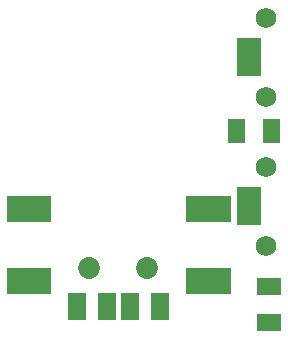
<source format=gbr>
G04 start of page 6 for group -4063 idx -4063 *
G04 Title: (unknown), componentmask *
G04 Creator: pcb 4.2.0 *
G04 CreationDate: Thu Feb 13 16:47:07 2020 UTC *
G04 For: blinken *
G04 Format: Gerber/RS-274X *
G04 PCB-Dimensions (mm): 65.00 56.00 *
G04 PCB-Coordinate-Origin: lower left *
%MOMM*%
%FSLAX43Y43*%
%LNTOPMASK*%
%ADD33C,0.002*%
%ADD32C,1.752*%
%ADD31C,1.852*%
G54D31*X7100Y33150D03*
X12000D03*
G54D32*X22050Y47650D03*
Y54300D03*
Y35050D03*
Y41700D03*
G54D33*G36*
X15323Y33177D02*Y30923D01*
X19077D01*
Y33177D01*
X15323D01*
G37*
G36*
X20276Y45776D02*X18824D01*
Y43724D01*
X20276D01*
Y45776D01*
G37*
G36*
X19573Y50027D02*Y49373D01*
X21627D01*
Y50027D01*
X19573D01*
G37*
G36*
Y52627D02*Y51973D01*
X21627D01*
Y52627D01*
X19573D01*
G37*
G36*
Y50677D02*Y50023D01*
X21627D01*
Y50677D01*
X19573D01*
G37*
G36*
Y51327D02*Y50673D01*
X21627D01*
Y51327D01*
X19573D01*
G37*
G36*
Y51977D02*Y51323D01*
X21627D01*
Y51977D01*
X19573D01*
G37*
G36*
X23276Y45776D02*X21824D01*
Y43724D01*
X23276D01*
Y45776D01*
G37*
G36*
X21274Y32276D02*Y30824D01*
X23326D01*
Y32276D01*
X21274D01*
G37*
G36*
Y29276D02*Y27824D01*
X23326D01*
Y29276D01*
X21274D01*
G37*
G36*
X19573Y40027D02*Y39373D01*
X21627D01*
Y40027D01*
X19573D01*
G37*
G36*
Y39377D02*Y38723D01*
X21627D01*
Y39377D01*
X19573D01*
G37*
G36*
Y38077D02*Y37423D01*
X21627D01*
Y38077D01*
X19573D01*
G37*
G36*
Y38727D02*Y38073D01*
X21627D01*
Y38727D01*
X19573D01*
G37*
G36*
X123Y39277D02*Y37023D01*
X3877D01*
Y39277D01*
X123D01*
G37*
G36*
X15323D02*Y37023D01*
X19077D01*
Y39277D01*
X15323D01*
G37*
G36*
X19573Y37427D02*Y36773D01*
X21627D01*
Y37427D01*
X19573D01*
G37*
G36*
X9327Y31027D02*X7823D01*
Y28773D01*
X9327D01*
Y31027D01*
G37*
G36*
X6827D02*X5323D01*
Y28773D01*
X6827D01*
Y31027D01*
G37*
G36*
X11327D02*X9823D01*
Y28773D01*
X11327D01*
Y31027D01*
G37*
G36*
X13827D02*X12323D01*
Y28773D01*
X13827D01*
Y31027D01*
G37*
G36*
X123Y33177D02*Y30923D01*
X3877D01*
Y33177D01*
X123D01*
G37*
M02*

</source>
